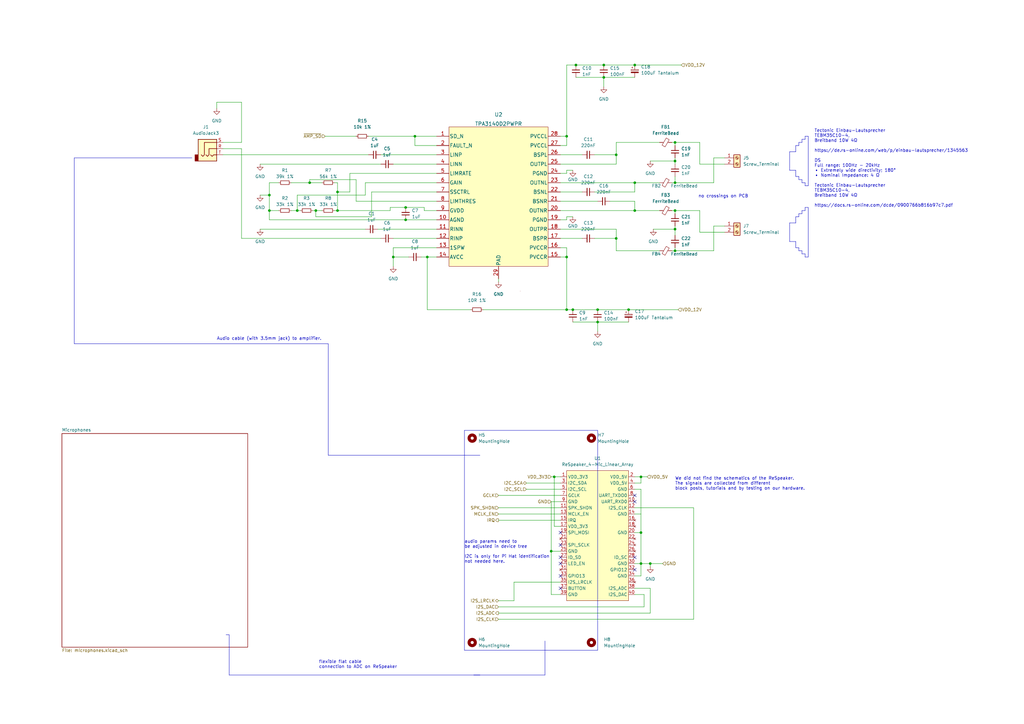
<source format=kicad_sch>
(kicad_sch (version 20230121) (generator eeschema)
  (paper "A3")
  (title_block (title "Speaker internal") (date "2021-12-25") (rev "v1"))
  (lib_symbols
    (symbol "Connector:AudioJack3"
      (property "Reference" "J" (at 0 8.89 0))
      (property "Value" "AudioJack3" (at 0 6.35 0))
      (symbol "AudioJack3_0_1"
        (rectangle (start -5.08 -5.08) (end -6.35 -2.54) (stroke (width 0.254)) (fill (type outline)))
        (polyline (pts (xy 0 -2.54) (xy 0.635 -3.175) (xy 1.27 -2.54) (xy 2.54 -2.54)) (stroke (width 0.254)))
        (polyline (pts (xy -1.905 -2.54) (xy -1.27 -3.175) (xy -0.635 -2.54) (xy -0.635 0) (xy 2.54 0)) (stroke (width 0.254)))
        (polyline (pts (xy 2.54 2.54) (xy -2.54 2.54) (xy -2.54 -2.54) (xy -3.175 -3.175) (xy -3.81 -2.54)) (stroke (width 0.254)))
        (rectangle (start 2.54 3.81) (end -5.08 -5.08) (stroke (width 0.254)) (fill (type background)))
      )
      (symbol "AudioJack3_1_1"
        (pin passive line (at 5.08 0 180) (length 2.54) (name "~") (number "R"))
        (pin passive line (at 5.08 2.54 180) (length 2.54) (name "~") (number "S"))
        (pin passive line (at 5.08 -2.54 180) (length 2.54) (name "~") (number "T"))
      )
    )
    (symbol "Connector:Screw_Terminal_01x02" (pin_names (offset 1.016) hide)
      (property "Reference" "J" (at 0 2.54 0))
      (property "Value" "Screw_Terminal_01x02" (at 0 -5.08 0))
      (symbol "Screw_Terminal_01x02_1_1"
        (rectangle (start -1.27 1.27) (end 1.27 -3.81) (stroke (width 0.254)) (fill (type background)))
        (circle (center 0 -2.54) (radius 0.635) (stroke (width 0.1524)))
        (polyline (pts (xy -0.5334 -2.2098) (xy 0.3302 -3.048)) (stroke (width 0.1524)))
        (polyline (pts (xy -0.5334 0.3302) (xy 0.3302 -0.508)) (stroke (width 0.1524)))
        (polyline (pts (xy -0.3556 -2.032) (xy 0.508 -2.8702)) (stroke (width 0.1524)))
        (polyline (pts (xy -0.3556 0.508) (xy 0.508 -0.3302)) (stroke (width 0.1524)))
        (circle (center 0 0) (radius 0.635) (stroke (width 0.1524)))
        (pin passive line (at -5.08 0 0) (length 3.81) (name "Pin_1") (number "1"))
        (pin passive line (at -5.08 -2.54 0) (length 3.81) (name "Pin_2") (number "2"))
      )
    )
    (symbol "Device:C_Polarized_Small" (pin_numbers hide) (pin_names (offset 0.254) hide)
      (property "Reference" "C" (at 0.254 1.778 0))
      (property "Value" "C_Polarized_Small" (at 0.254 -2.032 0))
      (symbol "C_Polarized_Small_0_1"
        (rectangle (start -1.524 -0.3048) (end 1.524 -0.6858) (fill (type outline)))
        (rectangle (start -1.524 0.6858) (end 1.524 0.3048))
        (polyline (pts (xy -1.27 1.524) (xy -0.762 1.524)))
        (polyline (pts (xy -1.016 1.27) (xy -1.016 1.778)))
      )
      (symbol "C_Polarized_Small_1_1"
        (pin passive line (at 0 2.54 270) (length 1.8542) (name "~") (number "1"))
        (pin passive line (at 0 -2.54 90) (length 1.8542) (name "~") (number "2"))
      )
    )
    (symbol "Device:C_Small" (pin_numbers hide) (pin_names (offset 0.254) hide)
      (property "Reference" "C" (at 0.254 1.778 0))
      (property "Value" "C_Small" (at 0.254 -2.032 0))
      (symbol "C_Small_0_1"
        (polyline (pts (xy -1.524 -0.508) (xy 1.524 -0.508)) (stroke (width 0.3302)))
        (polyline (pts (xy -1.524 0.508) (xy 1.524 0.508)) (stroke (width 0.3048)))
      )
      (symbol "C_Small_1_1"
        (pin passive line (at 0 2.54 270) (length 2.032) (name "~") (number "1"))
        (pin passive line (at 0 -2.54 90) (length 2.032) (name "~") (number "2"))
      )
    )
    (symbol "Device:FerriteBead_Small" (pin_numbers hide) (pin_names (offset 0))
      (property "Reference" "FB" (at 1.905 1.27 0))
      (property "Value" "FerriteBead_Small" (at 1.905 -1.27 0))
      (symbol "FerriteBead_Small_0_1"
        (polyline (pts (xy 0 -1.27) (xy 0 -0.7874)))
        (polyline (pts (xy 0 0.889) (xy 0 1.2954)))
        (polyline (pts (xy -1.8288 0.2794) (xy -1.1176 1.4986) (xy 1.8288 -0.2032) (xy 1.1176 -1.4224) (xy -1.8288 0.2794)))
      )
      (symbol "FerriteBead_Small_1_1"
        (pin passive line (at 0 2.54 270) (length 1.27) (name "~") (number "1"))
        (pin passive line (at 0 -2.54 90) (length 1.27) (name "~") (number "2"))
      )
    )
    (symbol "Device:R_Small" (pin_numbers hide) (pin_names (offset 0.254) hide)
      (property "Reference" "R" (at 0.762 0.508 0))
      (property "Value" "R_Small" (at 0.762 -1.016 0))
      (symbol "R_Small_0_1"
        (rectangle (start -0.762 1.778) (end 0.762 -1.778) (stroke (width 0.2032)))
      )
      (symbol "R_Small_1_1"
        (pin passive line (at 0 2.54 270) (length 0.762) (name "~") (number "1"))
        (pin passive line (at 0 -2.54 90) (length 0.762) (name "~") (number "2"))
      )
    )
    (symbol "FreeSpeaker_audio:ReSpeaker_4-Mic_Linear_Array"
      (property "Reference" "U" (at -3.81 43.18 0))
      (property "Value" "ReSpeaker_4-Mic_Linear_Array" (at -5.08 49.53 0))
      (symbol "ReSpeaker_4-Mic_Linear_Array_0_1"
        (rectangle (start -12.7 26.67) (end 12.7 -26.67) (fill (type background)))
      )
      (symbol "ReSpeaker_4-Mic_Linear_Array_1_1"
        (pin power_in line (at -15.24 24.13 0) (length 2.54) (name "VDD_3V3") (number "1"))
        (pin input line (at 15.24 13.97 180) (length 2.54) (name "UART_RXD0") (number "10"))
        (pin bidirectional line (at -15.24 11.43 0) (length 2.54) (name "SPK_SHDN") (number "11"))
        (pin input line (at 15.24 11.43 180) (length 2.54) (name "I2S_CLK") (number "12"))
        (pin input line (at -15.24 8.89 0) (length 2.54) (name "MCLK_EN") (number "13"))
        (pin power_in line (at 15.24 8.89 180) (length 2.54) (name "GND") (number "14"))
        (pin output line (at -15.24 6.35 0) (length 2.54) (name "IRQ") (number "15"))
        (pin no_connect line (at 15.24 6.35 180) (length 2.54) (name "") (number "16"))
        (pin power_in line (at -15.24 3.81 0) (length 2.54) (name "VDD_3V3") (number "17"))
        (pin no_connect line (at 15.24 3.81 180) (length 2.54) (name "") (number "18"))
        (pin input line (at -15.24 1.27 0) (length 2.54) (name "SPI_MOSI") (number "19"))
        (pin power_in line (at 15.24 24.13 180) (length 2.54) (name "VDD_5V") (number "2"))
        (pin power_in line (at 15.24 1.27 180) (length 2.54) (name "GND") (number "20"))
        (pin no_connect line (at -15.24 -1.27 0) (length 2.54) (name "") (number "21"))
        (pin no_connect line (at 15.24 -1.27 180) (length 2.54) (name "") (number "22"))
        (pin input line (at -15.24 -3.81 0) (length 2.54) (name "SPI_SCLK") (number "23"))
        (pin no_connect line (at 15.24 -3.81 180) (length 2.54) (name "") (number "24"))
        (pin power_out line (at -15.24 -6.35 0) (length 2.54) (name "GND") (number "25"))
        (pin no_connect line (at 15.24 -6.35 180) (length 2.54) (name "") (number "26"))
        (pin bidirectional line (at -15.24 -8.89 0) (length 2.54) (name "ID_SD") (number "27"))
        (pin input line (at 15.24 -8.89 180) (length 2.54) (name "ID_SC") (number "28"))
        (pin input line (at -15.24 -11.43 0) (length 2.54) (name "LED_EN") (number "29"))
        (pin bidirectional line (at -15.24 21.59 0) (length 2.54) (name "I2C_SDA") (number "3"))
        (pin power_in line (at 15.24 -11.43 180) (length 2.54) (name "GND") (number "30"))
        (pin no_connect line (at -15.24 -13.97 0) (length 2.54) (name "") (number "31"))
        (pin bidirectional line (at 15.24 -13.97 180) (length 2.54) (name "GPIO12") (number "32"))
        (pin bidirectional line (at -15.24 -16.51 0) (length 2.54) (name "GPIO13") (number "33"))
        (pin power_in line (at 15.24 -16.51 180) (length 2.54) (name "GND") (number "34"))
        (pin bidirectional line (at -15.24 -19.05 0) (length 2.54) (name "I2S_LRCLK") (number "35"))
        (pin no_connect line (at 15.24 -19.05 180) (length 2.54) (name "") (number "36"))
        (pin output line (at -15.24 -21.59 0) (length 2.54) (name "BUTTON") (number "37"))
        (pin output line (at 15.24 -21.59 180) (length 2.54) (name "I2S_ADC") (number "38"))
        (pin power_in line (at -15.24 -24.13 0) (length 2.54) (name "GND") (number "39"))
        (pin power_in line (at 15.24 21.59 180) (length 2.54) (name "VDD_5V") (number "4"))
        (pin input line (at 15.24 -24.13 180) (length 2.54) (name "I2S_DAC") (number "40"))
        (pin input line (at -15.24 19.05 0) (length 2.54) (name "I2C_SCL") (number "5"))
        (pin power_in line (at 15.24 19.05 180) (length 2.54) (name "GND") (number "6"))
        (pin input line (at -15.24 16.51 0) (length 2.54) (name "GCLK") (number "7"))
        (pin output line (at 15.24 16.51 180) (length 2.54) (name "UART_TXDO0") (number "8"))
        (pin power_in line (at -15.24 13.97 0) (length 2.54) (name "GND") (number "9"))
      )
    )
    (symbol "Mechanical:MountingHole" (pin_names (offset 1.016))
      (property "Reference" "H" (at 0 5.08 0))
      (property "Value" "MountingHole" (at 0 3.175 0))
      (symbol "MountingHole_0_1"
        (circle (center 0 0) (radius 1.27) (stroke (width 1.27)))
      )
    )
    (symbol "TPA3140D2:TPA3140D2PWPR" (pin_names (offset 0.254))
      (property "Reference" "U" (at 1.27 5.08 0))
      (property "Value" "TPA3140D2PWPR" (at 1.27 2.54 0))
      (symbol "TPA3140D2PWPR_1_1"
        (rectangle (start -20.32 30.48) (end 20.32 -26.67) (fill (type background)))
        (rectangle (start 8.89 -36.83) (end 8.89 -36.83))
        (pin input line (at -25.4 26.67 0) (length 5.08) (name "SD_N") (number "1"))
        (pin power_in line (at -25.4 -7.62 0) (length 5.08) (name "AGND") (number "10"))
        (pin input line (at -25.4 -11.43 0) (length 5.08) (name "RINN") (number "11"))
        (pin input line (at -25.4 -15.24 0) (length 5.08) (name "RINP") (number "12"))
        (pin input line (at -25.4 -19.05 0) (length 5.08) (name "1SPW") (number "13"))
        (pin power_in line (at -25.4 -22.86 0) (length 5.08) (name "AVCC") (number "14"))
        (pin power_in line (at 25.4 -22.86 180) (length 5.08) (name "PVCCR") (number "15"))
        (pin power_in line (at 25.4 -19.05 180) (length 5.08) (name "PVCCR") (number "16"))
        (pin bidirectional line (at 25.4 -15.24 180) (length 5.08) (name "BSPR") (number "17"))
        (pin output line (at 25.4 -11.43 180) (length 5.08) (name "OUTPR") (number "18"))
        (pin power_in line (at 25.4 -7.62 180) (length 5.08) (name "PGND") (number "19"))
        (pin output line (at -25.4 22.86 0) (length 5.08) (name "FAULT_N") (number "2"))
        (pin output line (at 25.4 -3.81 180) (length 5.08) (name "OUTNR") (number "20"))
        (pin bidirectional line (at 25.4 0 180) (length 5.08) (name "BSNR") (number "21"))
        (pin bidirectional line (at 25.4 3.81 180) (length 5.08) (name "BSNL") (number "22"))
        (pin output line (at 25.4 7.62 180) (length 5.08) (name "OUTNL") (number "23"))
        (pin power_in line (at 25.4 11.43 180) (length 5.08) (name "PGND") (number "24"))
        (pin output line (at 25.4 15.24 180) (length 5.08) (name "OUTPL") (number "25"))
        (pin bidirectional line (at 25.4 19.05 180) (length 5.08) (name "BSPL") (number "26"))
        (pin power_in line (at 25.4 22.86 180) (length 5.08) (name "PVCCL") (number "27"))
        (pin power_in line (at 25.4 26.67 180) (length 5.08) (name "PVCCL") (number "28"))
        (pin passive line (at 0 -31.75 90) (length 5.08) (name "PAD") (number "29"))
        (pin input line (at -25.4 19.05 0) (length 5.08) (name "LINP") (number "3"))
        (pin input line (at -25.4 15.24 0) (length 5.08) (name "LINN") (number "4"))
        (pin input line (at -25.4 11.43 0) (length 5.08) (name "LIMRATE") (number "5"))
        (pin input line (at -25.4 7.62 0) (length 5.08) (name "GAIN") (number "6"))
        (pin input line (at -25.4 3.81 0) (length 5.08) (name "SSCTRL") (number "7"))
        (pin input line (at -25.4 0 0) (length 5.08) (name "LIMTHRES") (number "8"))
        (pin power_out line (at -25.4 -3.81 0) (length 5.08) (name "GVDD") (number "9"))
      )
    )
    (symbol "power:GND" (power) (pin_names (offset 0))
      (property "Value" "GND" (at 0 -3.81 0))
      (symbol "GND_0_1"
        (polyline (pts (xy 0 0) (xy 0 -1.27) (xy 1.27 -1.27) (xy 0 -2.54) (xy -1.27 -1.27) (xy 0 -1.27)))
      )
      (symbol "GND_1_1"
        (pin power_in line (at 0 0 270) (length 0) hide (name "GND") (number "1"))
      )
    )
  )
  (junction (at 276.86 74.93))
  (junction (at 276.86 102.87))
  (junction (at 276.86 66.04))
  (junction (at 262.89 218.44))
  (junction (at 245.11 132.08))
  (junction (at 276.86 86.36))
  (junction (at 260.35 86.36))
  (junction (at 247.65 26.67))
  (junction (at 161.29 105.41))
  (junction (at 247.65 31.75))
  (junction (at 234.95 127))
  (junction (at 175.26 105.41))
  (junction (at 166.37 90.17))
  (junction (at 138.43 86.36))
  (junction (at 266.7 231.14))
  (junction (at 121.92 86.36))
  (junction (at 257.81 127))
  (junction (at 232.41 127))
  (junction (at 260.35 74.93))
  (junction (at 276.86 93.98))
  (junction (at 129.54 86.36))
  (junction (at 276.86 58.42))
  (junction (at 245.11 127))
  (junction (at 138.43 78.74))
  (junction (at 260.35 26.67))
  (junction (at 262.89 195.58))
  (junction (at 236.22 26.67))
  (junction (at 170.18 55.88))
  (junction (at 226.06 226.06))
  (junction (at 127 74.93))
  (junction (at 227.33 195.58))
  (junction (at 166.37 85.09))
  (junction (at 252.73 97.79))
  (junction (at 232.41 55.88))
  (junction (at 110.49 86.36))
  (junction (at 262.89 231.14))
  (junction (at 110.49 80.01))
  (junction (at 252.73 63.5))
  (junction (at 232.41 105.41))
  (no_connect (at 229.87 231.14))
  (no_connect (at 229.87 236.22))
  (no_connect (at 229.87 228.6))
  (no_connect (at 229.87 223.52))
  (no_connect (at 260.35 228.6))
  (no_connect (at 229.87 241.3))
  (no_connect (at 260.35 233.68))
  (no_connect (at 260.35 203.2))
  (no_connect (at 260.35 205.74))
  (no_connect (at 229.87 218.44))
  (wire (pts (xy 247.65 31.75) (xy 247.65 35.56)))
  (polyline (pts (xy 328.93 58.42) (xy 327.66 58.42)))
  (wire (pts (xy 229.87 74.93) (xy 260.35 74.93)))
  (wire (pts (xy 138.43 78.74) (xy 138.43 86.36)))
  (wire (pts (xy 204.47 203.2) (xy 229.87 203.2)))
  (polyline (pts (xy 331.47 105.41) (xy 331.47 85.09)))
  (wire (pts (xy 161.29 105.41) (xy 167.64 105.41)))
  (wire (pts (xy 260.35 74.93) (xy 270.51 74.93)))
  (wire (pts (xy 229.87 82.55) (xy 245.11 82.55)))
  (wire (pts (xy 232.41 55.88) (xy 232.41 26.67)))
  (wire (pts (xy 152.4 78.74) (xy 152.4 88.9)))
  (wire (pts (xy 229.87 55.88) (xy 232.41 55.88)))
  (wire (pts (xy 247.65 26.67) (xy 260.35 26.67)))
  (wire (pts (xy 161.29 97.79) (xy 179.07 97.79)))
  (wire (pts (xy 179.07 74.93) (xy 149.86 74.93)))
  (wire (pts (xy 236.22 26.67) (xy 247.65 26.67)))
  (polyline (pts (xy 328.93 57.15) (xy 328.93 58.42)))
  (polyline (pts (xy 223.52 262.89) (xy 223.52 276.86)))
  (wire (pts (xy 287.02 95.25) (xy 287.02 86.36)))
  (polyline (pts (xy 328.93 104.14) (xy 330.2 104.14)))
  (wire (pts (xy 276.86 101.6) (xy 276.86 102.87)))
  (wire (pts (xy 173.99 86.36) (xy 173.99 85.09)))
  (polyline (pts (xy 326.39 101.6) (xy 327.66 101.6)))
  (wire (pts (xy 260.35 210.82) (xy 262.89 210.82)))
  (wire (pts (xy 266.7 251.46) (xy 266.7 241.3)))
  (wire (pts (xy 297.18 64.77) (xy 292.735 64.77)))
  (wire (pts (xy 247.65 31.75) (xy 260.35 31.75)))
  (wire (pts (xy 127 73.66) (xy 127 74.93)))
  (polyline (pts (xy 194.31 276.86) (xy 223.52 276.86)))
  (wire (pts (xy 204.47 210.82) (xy 229.87 210.82)))
  (polyline (pts (xy 327.66 87.63) (xy 327.66 88.9)))
  (wire (pts (xy 276.86 102.87) (xy 292.735 102.87)))
  (wire (pts (xy 127 74.93) (xy 132.08 74.93)))
  (wire (pts (xy 229.87 243.84) (xy 226.06 243.84)))
  (polyline (pts (xy 330.2 55.88) (xy 330.2 57.15)))
  (wire (pts (xy 166.37 90.17) (xy 179.07 90.17)))
  (wire (pts (xy 204.47 208.28) (xy 229.87 208.28)))
  (polyline (pts (xy 134.62 140.97) (xy 30.48 140.97)))
  (wire (pts (xy 252.73 97.79) (xy 252.73 102.87)))
  (wire (pts (xy 229.87 63.5) (xy 238.76 63.5)))
  (wire (pts (xy 143.51 71.12) (xy 143.51 78.74)))
  (polyline (pts (xy 330.2 104.14) (xy 330.2 105.41)))
  (wire (pts (xy 262.89 236.22) (xy 262.89 231.14)))
  (wire (pts (xy 266.7 66.04) (xy 276.86 66.04)))
  (polyline (pts (xy 323.85 62.23) (xy 323.85 69.85)))
  (wire (pts (xy 175.26 105.41) (xy 179.07 105.41)))
  (wire (pts (xy 287.02 58.42) (xy 287.02 67.31)))
  (wire (pts (xy 119.38 86.36) (xy 121.92 86.36)))
  (wire (pts (xy 260.35 198.12) (xy 262.89 198.12)))
  (wire (pts (xy 110.49 90.17) (xy 110.49 86.36)))
  (wire (pts (xy 234.95 127) (xy 245.11 127)))
  (polyline (pts (xy 30.48 140.97) (xy 30.48 64.77)))
  (wire (pts (xy 262.89 195.58) (xy 265.43 195.58)))
  (wire (pts (xy 204.47 254) (xy 284.48 254)))
  (wire (pts (xy 245.11 127) (xy 257.81 127)))
  (wire (pts (xy 226.06 195.58) (xy 227.33 195.58)))
  (wire (pts (xy 106.68 93.98) (xy 149.86 93.98)))
  (wire (pts (xy 284.48 208.28) (xy 284.48 254)))
  (wire (pts (xy 160.02 85.09) (xy 160.02 86.36)))
  (wire (pts (xy 260.35 231.14) (xy 262.89 231.14)))
  (wire (pts (xy 264.16 248.92) (xy 264.16 243.84)))
  (wire (pts (xy 133.35 55.88) (xy 146.05 55.88)))
  (wire (pts (xy 229.87 59.69) (xy 232.41 59.69)))
  (wire (pts (xy 260.35 82.55) (xy 260.35 86.36)))
  (wire (pts (xy 250.19 82.55) (xy 260.35 82.55)))
  (wire (pts (xy 236.22 31.75) (xy 247.65 31.75)))
  (wire (pts (xy 260.35 78.74) (xy 260.35 74.93)))
  (polyline (pts (xy 327.66 102.87) (xy 328.93 102.87)))
  (polyline (pts (xy 196.85 186.69) (xy 134.62 186.69)))
  (wire (pts (xy 172.72 105.41) (xy 175.26 105.41)))
  (wire (pts (xy 229.87 105.41) (xy 232.41 105.41)))
  (polyline (pts (xy 328.93 87.63) (xy 327.66 87.63)))
  (polyline (pts (xy 327.66 88.9) (xy 326.39 88.9)))
  (wire (pts (xy 138.43 78.74) (xy 143.51 78.74)))
  (wire (pts (xy 179.07 71.12) (xy 143.51 71.12)))
  (wire (pts (xy 262.89 231.14) (xy 262.89 218.44)))
  (wire (pts (xy 232.41 127) (xy 234.95 127)))
  (polyline (pts (xy 328.93 86.36) (xy 328.93 87.63)))
  (wire (pts (xy 245.11 132.08) (xy 245.11 135.89)))
  (polyline (pts (xy 326.39 91.44) (xy 323.85 91.44)))
  (wire (pts (xy 260.35 236.22) (xy 262.89 236.22)))
  (wire (pts (xy 226.06 226.06) (xy 226.06 205.74)))
  (wire (pts (xy 270.51 58.42) (xy 252.73 58.42)))
  (polyline (pts (xy 328.93 73.66) (xy 328.93 74.93)))
  (wire (pts (xy 106.68 67.31) (xy 156.21 67.31)))
  (wire (pts (xy 275.59 74.93) (xy 276.86 74.93)))
  (polyline (pts (xy 134.62 186.69) (xy 134.62 140.97)))
  (wire (pts (xy 161.29 101.6) (xy 161.29 105.41)))
  (wire (pts (xy 128.27 86.36) (xy 129.54 86.36)))
  (wire (pts (xy 232.41 127) (xy 232.41 105.41)))
  (polyline (pts (xy 330.2 57.15) (xy 328.93 57.15)))
  (wire (pts (xy 138.43 74.93) (xy 138.43 78.74)))
  (polyline (pts (xy 92.71 260.35) (xy 93.98 260.35)))
  (wire (pts (xy 179.07 59.69) (xy 170.18 59.69)))
  (wire (pts (xy 260.35 200.66) (xy 262.89 200.66)))
  (wire (pts (xy 292.735 102.87) (xy 292.735 92.71)))
  (wire (pts (xy 276.86 86.36) (xy 276.86 87.63)))
  (wire (pts (xy 129.54 86.36) (xy 132.08 86.36)))
  (wire (pts (xy 243.84 97.79) (xy 252.73 97.79)))
  (wire (pts (xy 226.06 243.84) (xy 226.06 226.06)))
  (polyline (pts (xy 245.11 266.7) (xy 245.11 176.53)))
  (wire (pts (xy 170.18 59.69) (xy 170.18 55.88)))
  (polyline (pts (xy 93.98 276.86) (xy 93.98 260.35)))
  (wire (pts (xy 119.38 74.93) (xy 127 74.93)))
  (polyline (pts (xy 331.47 85.09) (xy 330.2 85.09)))
  (wire (pts (xy 297.18 67.31) (xy 287.02 67.31)))
  (polyline (pts (xy 30.48 64.77) (xy 78.74 64.77)))
  (wire (pts (xy 276.86 66.04) (xy 276.86 67.31)))
  (wire (pts (xy 110.49 86.36) (xy 110.49 80.01)))
  (wire (pts (xy 276.86 64.77) (xy 276.86 66.04)))
  (wire (pts (xy 287.02 86.36) (xy 276.86 86.36)))
  (polyline (pts (xy 326.39 99.06) (xy 326.39 101.6)))
  (wire (pts (xy 226.06 226.06) (xy 229.87 226.06)))
  (wire (pts (xy 232.41 26.67) (xy 236.22 26.67)))
  (wire (pts (xy 99.06 97.79) (xy 99.06 60.96)))
  (wire (pts (xy 99.06 41.91) (xy 88.9 41.91)))
  (polyline (pts (xy 330.2 86.36) (xy 328.93 86.36)))
  (wire (pts (xy 266.7 231.14) (xy 271.78 231.14)))
  (polyline (pts (xy 330.2 74.93) (xy 330.2 76.2)))
  (wire (pts (xy 129.54 88.9) (xy 129.54 86.36)))
  (wire (pts (xy 227.33 215.9) (xy 227.33 195.58)))
  (wire (pts (xy 175.26 127) (xy 175.26 105.41)))
  (polyline (pts (xy 323.85 91.44) (xy 323.85 99.06)))
  (polyline (pts (xy 328.93 102.87) (xy 328.93 104.14)))
  (wire (pts (xy 110.49 90.17) (xy 166.37 90.17)))
  (polyline (pts (xy 327.66 73.66) (xy 328.93 73.66)))
  (wire (pts (xy 91.44 58.42) (xy 99.06 58.42)))
  (polyline (pts (xy 326.39 62.23) (xy 323.85 62.23)))
  (wire (pts (xy 110.49 86.36) (xy 114.3 86.36)))
  (wire (pts (xy 149.86 74.93) (xy 149.86 80.01)))
  (wire (pts (xy 276.86 58.42) (xy 276.86 59.69)))
  (wire (pts (xy 229.87 101.6) (xy 232.41 101.6)))
  (polyline (pts (xy 326.39 69.85) (xy 326.39 72.39)))
  (wire (pts (xy 229.87 71.12) (xy 232.41 71.12)))
  (wire (pts (xy 227.33 195.58) (xy 229.87 195.58)))
  (polyline (pts (xy 326.39 59.69) (xy 326.39 62.23)))
  (polyline (pts (xy 330.2 105.41) (xy 331.47 105.41)))
  (wire (pts (xy 99.06 97.79) (xy 156.21 97.79)))
  (wire (pts (xy 137.16 74.93) (xy 138.43 74.93)))
  (wire (pts (xy 99.06 58.42) (xy 99.06 41.91)))
  (wire (pts (xy 232.41 88.9) (xy 234.95 88.9)))
  (wire (pts (xy 204.47 248.92) (xy 264.16 248.92)))
  (wire (pts (xy 276.86 72.39) (xy 276.86 74.93)))
  (wire (pts (xy 110.49 74.93) (xy 114.3 74.93)))
  (wire (pts (xy 243.84 63.5) (xy 252.73 63.5)))
  (wire (pts (xy 276.86 93.98) (xy 276.86 96.52)))
  (wire (pts (xy 229.87 93.98) (xy 252.73 93.98)))
  (polyline (pts (xy 323.85 99.06) (xy 326.39 99.06)))
  (wire (pts (xy 266.7 241.3) (xy 260.35 241.3)))
  (polyline (pts (xy 331.47 76.2) (xy 331.47 55.88)))
  (wire (pts (xy 146.05 73.66) (xy 127 73.66)))
  (wire (pts (xy 232.41 90.17) (xy 232.41 88.9)))
  (wire (pts (xy 179.07 82.55) (xy 146.05 82.55)))
  (polyline (pts (xy 326.39 88.9) (xy 326.39 91.44)))
  (wire (pts (xy 275.59 102.87) (xy 276.86 102.87)))
  (wire (pts (xy 260.35 86.36) (xy 270.51 86.36)))
  (wire (pts (xy 110.49 80.01) (xy 110.49 74.93)))
  (wire (pts (xy 232.41 69.85) (xy 234.95 69.85)))
  (wire (pts (xy 179.07 101.6) (xy 161.29 101.6)))
  (polyline (pts (xy 327.66 58.42) (xy 327.66 59.69)))
  (wire (pts (xy 232.41 59.69) (xy 232.41 55.88)))
  (wire (pts (xy 152.4 88.9) (xy 129.54 88.9)))
  (wire (pts (xy 252.73 58.42) (xy 252.73 63.5)))
  (wire (pts (xy 292.735 64.77) (xy 292.735 74.93)))
  (wire (pts (xy 262.89 198.12) (xy 262.89 195.58)))
  (wire (pts (xy 204.47 213.36) (xy 229.87 213.36)))
  (wire (pts (xy 234.95 132.08) (xy 245.11 132.08)))
  (wire (pts (xy 160.02 85.09) (xy 166.37 85.09)))
  (wire (pts (xy 151.13 55.88) (xy 170.18 55.88)))
  (wire (pts (xy 210.82 246.38) (xy 210.82 238.76)))
  (polyline (pts (xy 327.66 72.39) (xy 327.66 73.66)))
  (polyline (pts (xy 331.47 55.88) (xy 330.2 55.88)))
  (wire (pts (xy 226.06 205.74) (xy 229.87 205.74)))
  (polyline (pts (xy 327.66 59.69) (xy 326.39 59.69)))
  (wire (pts (xy 229.87 90.17) (xy 232.41 90.17)))
  (wire (pts (xy 260.35 195.58) (xy 262.89 195.58)))
  (wire (pts (xy 149.86 80.01) (xy 121.92 80.01)))
  (wire (pts (xy 215.9 200.66) (xy 229.87 200.66)))
  (wire (pts (xy 275.59 86.36) (xy 276.86 86.36)))
  (wire (pts (xy 287.02 58.42) (xy 276.86 58.42)))
  (wire (pts (xy 252.73 67.31) (xy 229.87 67.31)))
  (wire (pts (xy 161.29 105.41) (xy 161.29 109.22)))
  (polyline (pts (xy 330.2 76.2) (xy 331.47 76.2)))
  (wire (pts (xy 252.73 63.5) (xy 252.73 67.31)))
  (wire (pts (xy 257.81 127) (xy 278.13 127)))
  (wire (pts (xy 193.04 127) (xy 175.26 127)))
  (wire (pts (xy 198.12 127) (xy 232.41 127)))
  (wire (pts (xy 229.87 97.79) (xy 238.76 97.79)))
  (wire (pts (xy 204.47 251.46) (xy 266.7 251.46)))
  (wire (pts (xy 210.82 238.76) (xy 229.87 238.76)))
  (wire (pts (xy 262.89 200.66) (xy 262.89 218.44)))
  (polyline (pts (xy 190.5 176.53) (xy 245.11 176.53)))
  (wire (pts (xy 260.35 208.28) (xy 284.48 208.28)))
  (wire (pts (xy 204.47 246.38) (xy 210.82 246.38)))
  (wire (pts (xy 232.41 71.12) (xy 232.41 69.85)))
  (wire (pts (xy 215.9 198.12) (xy 229.87 198.12)))
  (wire (pts (xy 252.73 93.98) (xy 252.73 97.79)))
  (wire (pts (xy 138.43 86.36) (xy 137.16 86.36)))
  (wire (pts (xy 121.92 86.36) (xy 123.19 86.36)))
  (wire (pts (xy 204.47 114.3) (xy 204.47 115.57)))
  (wire (pts (xy 229.87 215.9) (xy 227.33 215.9)))
  (wire (pts (xy 160.02 86.36) (xy 138.43 86.36)))
  (wire (pts (xy 243.84 78.74) (xy 260.35 78.74)))
  (wire (pts (xy 292.735 92.71) (xy 297.18 92.71)))
  (polyline (pts (xy 190.5 176.53) (xy 190.5 266.7)))
  (wire (pts (xy 292.735 74.93) (xy 276.86 74.93)))
  (wire (pts (xy 229.87 86.36) (xy 260.35 86.36)))
  (wire (pts (xy 179.07 78.74) (xy 152.4 78.74)))
  (wire (pts (xy 232.41 101.6) (xy 232.41 105.41)))
  (wire (pts (xy 266.7 231.14) (xy 266.7 232.41)))
  (wire (pts (xy 161.29 67.31) (xy 179.07 67.31)))
  (wire (pts (xy 260.35 26.67) (xy 279.4 26.67)))
  (wire (pts (xy 276.86 92.71) (xy 276.86 93.98)))
  (wire (pts (xy 170.18 55.88) (xy 179.07 55.88)))
  (wire (pts (xy 146.05 82.55) (xy 146.05 73.66)))
  (polyline (pts (xy 330.2 85.09) (xy 330.2 86.36)))
  (polyline (pts (xy 328.93 74.93) (xy 330.2 74.93)))
  (wire (pts (xy 245.11 132.08) (xy 257.81 132.08)))
  (wire (pts (xy 91.44 63.5) (xy 151.13 63.5)))
  (polyline (pts (xy 190.5 266.7) (xy 245.11 266.7)))
  (wire (pts (xy 264.16 243.84) (xy 260.35 243.84)))
  (wire (pts (xy 267.97 93.98) (xy 276.86 93.98)))
  (wire (pts (xy 229.87 78.74) (xy 238.76 78.74)))
  (wire (pts (xy 99.06 60.96) (xy 91.44 60.96)))
  (wire (pts (xy 297.18 95.25) (xy 287.02 95.25)))
  (polyline (pts (xy 327.66 101.6) (xy 327.66 102.87)))
  (wire (pts (xy 121.92 80.01) (xy 121.92 86.36)))
  (wire (pts (xy 154.94 93.98) (xy 179.07 93.98)))
  (wire (pts (xy 88.9 41.91) (xy 88.9 44.45)))
  (polyline (pts (xy 93.98 276.86) (xy 196.85 276.86)))
  (wire (pts (xy 275.59 58.42) (xy 276.86 58.42)))
  (wire (pts (xy 156.21 63.5) (xy 179.07 63.5)))
  (wire (pts (xy 260.35 218.44) (xy 262.89 218.44)))
  (wire (pts (xy 166.37 85.09) (xy 173.99 85.09)))
  (wire (pts (xy 179.07 86.36) (xy 173.99 86.36)))
  (wire (pts (xy 252.73 102.87) (xy 270.51 102.87)))
  (wire (pts (xy 262.89 231.14) (xy 266.7 231.14)))
  (wire (pts (xy 106.68 80.01) (xy 110.49 80.01)))
  (polyline (pts (xy 326.39 72.39) (xy 327.66 72.39)))
  (polyline (pts (xy 323.85 69.85) (xy 326.39 69.85)))
  (text "flexible flat cable\nconnection to ADC on ReSpeaker\n" (at 130.81 274.32 0) (effects (font (size 1.27 1.27)) (justify left bottom)))
  (text "We did not find the schematics of the ReSpeaker.\nThe signals are collected from different\nblock posts, tutorials and by testing on our hardware.\n\n" (at 276.86 203.2 0) (effects (font (size 1.27 1.27)) (justify left bottom)))
  (text "Tectonic Einbau-Lautsprecher \nTEBM35C10-4,\nBreitband 10W 4Ω\n\nhttps://de.rs-online.com/web/p/einbau-lautsprecher/1345563\n\nDS\nFull range: 100Hz - 20kHz\n• Extremely wide directivity; 180°\n• Nominal Impedance: 4 Ω\n\nTectonic Einbau-Lautsprecher \nTEBM35C10-4,\nBreitband 10W 4Ω\n\nhttps://docs.rs-online.com/dcde/0900766b816b97c7.pdf" (at 334.01 85.09 0) (effects (font (size 1.27 1.27)) (justify left bottom)))
  (text "audio params need to \nbe adjusted in device tree\n\nI2C is only for Pi Hat identification\nnot needed here." (at 190.5 231.14 0) (effects (font (size 1.27 1.27)) (justify left bottom)))
  (text "no crossings on PCB\n" (at 286.385 81.28 0) (effects (font (size 1.27 1.27)) (justify left bottom)))
  (text "Audio cable (with 3.5mm jack) to amplifier." (at 88.9 139.7 0) (effects (font (size 1.27 1.27)) (justify left bottom)))
  (hierarchical_label "VDD_3V3" (shape input) (at 226.06 195.58 180))
  (hierarchical_label "I2S_LRCLK" (shape bidirectional) (at 204.47 246.38 180))
  (hierarchical_label "I2C_SCL" (shape input) (at 215.9 200.66 180))
  (hierarchical_label "GCLK" (shape input) (at 204.47 203.2 180))
  (hierarchical_label "VDD_12V" (shape input) (at 279.4 26.67 0))
  (hierarchical_label "VDD_5V" (shape input) (at 265.43 195.58 0))
  (hierarchical_label "SPK_SHDN" (shape input) (at 204.47 208.28 180))
  (hierarchical_label "MCLK_EN" (shape input) (at 204.47 210.82 180))
  (hierarchical_label "IRQ" (shape output) (at 204.47 213.36 180))
  (hierarchical_label "I2S_ADC" (shape output) (at 204.47 251.46 180))
  (hierarchical_label "VDD_12V" (shape input) (at 278.13 127 0))
  (hierarchical_label "I2S_CLK" (shape input) (at 204.47 254 180))
  (hierarchical_label "GND" (shape input) (at 226.06 205.74 180))
  (hierarchical_label "~{AMP_SD}" (shape input) (at 133.35 55.88 180))
  (hierarchical_label "GND" (shape input) (at 271.78 231.14 0))
  (hierarchical_label "I2S_DAC" (shape input) (at 204.47 248.92 180))
  (hierarchical_label "I2C_SCA" (shape bidirectional) (at 215.9 198.12 180))
  (symbol (lib_id "Device:C_Small") (at 276.86 62.23 0) (unit 1)
    (property "Reference" "C19" (at 279.4 60.9662 0) (effects (justify left)))
    (property "Value" "1nF" (at 279.4 63.5062 0) (effects (justify left)))
    (property "Footprint" "Capacitor_SMD:C_0805_2012Metric_Pad1.18x1.45mm_HandSolder" (effects hide))
    (property "JLCPCB" "C46653" (effects hide))
  )
  (symbol (lib_id "Device:C_Small") (at 276.86 90.17 0) (unit 1)
    (property "Reference" "C21" (at 279.4 88.9062 0) (effects (justify left)))
    (property "Value" "1nF" (at 279.4 91.4462 0) (effects (justify left)))
    (property "Footprint" "Capacitor_SMD:C_0805_2012Metric_Pad1.18x1.45mm_HandSolder" (effects hide))
    (property "JLCPCB" "C46653" (effects hide))
  )
  (symbol (lib_id "FreeSpeaker_audio:ReSpeaker_4-Mic_Linear_Array") (at 245.11 219.71 0) (unit 1)
    (property "Reference" "U1" (at 245.11 187.96 0))
    (property "Value" "ReSpeaker_4-Mic_Linear_Array" (at 245.11 190.5 0))
    (property "Footprint" "Connector_PinHeader_2.54mm:PinHeader_2x20_P2.54mm_Vertical" (effects hide))
  )
  (symbol (lib_id "Connector:Screw_Terminal_01x02") (at 302.26 64.77 0) (unit 1)
    (property "Reference" "J5" (at 304.8 64.7699 0) (effects (justify left)))
    (property "Value" "Screw_Terminal" (at 304.8 67.3099 0) (effects (justify left)))
    (property "Footprint" "TerminalBlock_Phoenix:TerminalBlock_Phoenix_PT-1,5-2-5.0-H_1x02_P5.00mm_Horizontal" (effects hide))
    (property "Digikey" "277-1667-ND" (effects hide))
    (property "Description" "TERM BLK 2POS SIDE ENTRY 5MM PCB" (effects hide))
    (property "Manufacturer" "Phoenix Contact" (effects hide))
  )
  (symbol (lib_id "Device:C_Small") (at 158.75 67.31 90) (unit 1)
    (property "Reference" "C5" (at 158.7563 60.96 90))
    (property "Value" "1uF" (at 158.7563 63.5 90))
    (property "Footprint" "Capacitor_SMD:C_0805_2012Metric_Pad1.18x1.45mm_HandSolder" (effects hide))
    (property "JLCPCB" "C28323" (effects hide))
  )
  (symbol (lib_id "Device:C_Small") (at 236.22 29.21 0) (unit 1)
    (property "Reference" "C10" (at 238.76 27.9462 0) (effects (justify left)))
    (property "Value" "1nF" (at 238.76 30.4862 0) (effects (justify left)))
    (property "Footprint" "Capacitor_SMD:C_0805_2012Metric_Pad1.18x1.45mm_HandSolder" (effects hide))
    (property "JLCPCB" "C46653" (effects hide))
  )
  (symbol (lib_id "power:GND") (at 266.7 232.41 0) (unit 1)
    (property "Reference" "#PWR0123" (effects hide))
    (property "Value" "GND" (at 266.7 237.49 0))
  )
  (symbol (lib_id "Device:R_Small") (at 134.62 86.36 90) (unit 1)
    (property "Reference" "R8" (at 134.62 81.28 90))
    (property "Value" "33k 1%" (at 134.62 83.82 90))
    (property "Footprint" "Resistor_SMD:R_0805_2012Metric_Pad1.20x1.40mm_HandSolder" (effects hide))
    (property "JLCPCB" "C17633" (effects hide))
  )
  (symbol (lib_id "Device:C_Small") (at 170.18 105.41 90) (unit 1)
    (property "Reference" "C8" (at 170.1863 99.06 90))
    (property "Value" "1uF" (at 170.1863 101.6 90))
    (property "Footprint" "Capacitor_SMD:C_0805_2012Metric_Pad1.18x1.45mm_HandSolder" (effects hide))
    (property "JLCPCB" "C28323" (effects hide))
  )
  (symbol (lib_id "power:GND") (at 106.68 93.98 0) (unit 1)
    (property "Reference" "#PWR05" (effects hide))
    (property "Value" "GND" (at 106.68 99.06 0))
  )
  (symbol (lib_id "power:GND") (at 234.95 69.85 0) (unit 1)
    (property "Reference" "#PWR0130" (effects hide))
    (property "Value" "GND" (at 234.95 73.66 0))
  )
  (symbol (lib_id "Device:C_Small") (at 241.3 78.74 270) (unit 1)
    (property "Reference" "C12" (at 241.2936 72.39 90))
    (property "Value" "220nF" (at 241.2936 74.93 90))
    (property "Footprint" "Capacitor_SMD:C_0805_2012Metric_Pad1.18x1.45mm_HandSolder" (effects hide))
    (property "JLCPCB" "C5378" (effects hide))
  )
  (symbol (lib_id "Device:C_Small") (at 245.11 129.54 0) (unit 1)
    (property "Reference" "C14" (at 247.65 128.2762 0) (effects (justify left)))
    (property "Value" "100nF" (at 247.65 130.8162 0) (effects (justify left)))
    (property "Footprint" "Capacitor_SMD:C_0805_2012Metric_Pad1.18x1.45mm_HandSolder" (effects hide))
    (property "JLCPCB" "C28233" (effects hide))
  )
  (symbol (lib_id "Mechanical:MountingHole") (at 193.675 263.525 0) (unit 1) (in_bom no)
    (property "Reference" "H6" (at 196.215 262.2549 0) (effects (justify left)))
    (property "Value" "MountingHole" (at 196.215 264.7949 0) (effects (justify left)))
    (property "Footprint" "FreeSpeeker:mouting_hole_with_clearance" (effects hide))
  )
  (symbol (lib_id "Device:R_Small") (at 148.59 55.88 90) (unit 1)
    (property "Reference" "R15" (at 148.59 49.53 90))
    (property "Value" "10k 1%" (at 148.59 52.07 90))
    (property "Footprint" "Resistor_SMD:R_0805_2012Metric_Pad1.20x1.40mm_HandSolder" (effects hide))
    (property "JLCPCB" "C17414" (effects hide))
  )
  (symbol (lib_id "power:GND") (at 106.68 67.31 0) (unit 1)
    (property "Reference" "#PWR0125" (effects hide))
    (property "Value" "GND" (at 106.68 72.39 0))
  )
  (symbol (lib_id "power:GND") (at 267.97 93.98 0) (unit 1)
    (property "Reference" "#PWR0126" (effects hide))
    (property "Value" "GND" (at 267.97 99.06 0))
  )
  (symbol (lib_id "Device:FerriteBead_Small") (at 273.05 74.93 90) (unit 1)
    (property "Reference" "FB2" (at 269.2019 76.2 90))
    (property "Value" "FerriteBead" (at 280.6319 76.2 90))
    (property "Footprint" "Inductor_SMD:L_0805_2012Metric_Pad1.15x1.40mm_HandSolder" (effects hide))
    (property "Description" "100Ω@100MHz ±25% SMD Ferrite Bead" (effects hide))
    (property "JLCPCB" "C1015" (effects hide))
  )
  (symbol (lib_id "Mechanical:MountingHole") (at 193.675 179.705 0) (unit 1) (in_bom no)
    (property "Reference" "H5" (at 196.215 178.4349 0) (effects (justify left)))
    (property "Value" "MountingHole" (at 196.215 180.9749 0) (effects (justify left)))
    (property "Footprint" "FreeSpeeker:mouting_hole_with_clearance" (effects hide))
  )
  (symbol (lib_id "power:GND") (at 247.65 35.56 0) (unit 1)
    (property "Reference" "#PWR0131" (effects hide))
    (property "Value" "GND" (at 247.65 40.64 0))
  )
  (symbol (lib_id "Device:C_Polarized_Small") (at 257.81 129.54 0) (unit 1)
    (property "Reference" "C17" (at 260.35 127.7238 0) (effects (justify left)))
    (property "Value" "100uF Tantalum" (at 260.35 130.2638 0) (effects (justify left)))
    (property "Footprint" "Capacitor_Tantalum_SMD:CP_EIA-3528-21_Kemet-B_Pad1.50x2.35mm_HandSolder" (effects hide))
    (property "JLCPCB" "C16133" (effects hide))
  )
  (symbol (lib_id "power:GND") (at 106.68 80.01 0) (unit 1)
    (property "Reference" "#PWR04" (effects hide))
    (property "Value" "GND" (at 106.68 85.09 0))
  )
  (symbol (lib_id "power:GND") (at 245.11 135.89 0) (unit 1)
    (property "Reference" "#PWR0133" (effects hide))
    (property "Value" "GND" (at 245.11 140.97 0))
  )
  (symbol (lib_id "Device:C_Polarized_Small") (at 260.35 29.21 0) (unit 1)
    (property "Reference" "C18" (at 262.89 27.3938 0) (effects (justify left)))
    (property "Value" "100uF Tantalum" (at 262.89 29.9338 0) (effects (justify left)))
    (property "Footprint" "Capacitor_Tantalum_SMD:CP_EIA-3528-21_Kemet-B_Pad1.50x2.35mm_HandSolder" (effects hide))
    (property "JLCPCB" "C16133" (effects hide))
  )
  (symbol (lib_id "Device:C_Small") (at 152.4 93.98 90) (unit 1)
    (property "Reference" "C1" (at 152.4063 87.63 90))
    (property "Value" "1uF" (at 152.4063 90.17 90))
    (property "Footprint" "Capacitor_SMD:C_0805_2012Metric_Pad1.18x1.45mm_HandSolder" (effects hide))
    (property "JLCPCB" "C28323" (effects hide))
  )
  (symbol (lib_id "TPA3140D2:TPA3140D2PWPR") (at 204.47 82.55 0) (unit 1)
    (property "Reference" "U2" (at 204.47 46.99 0) (effects (font (size 1.524 1.524))))
    (property "Value" "TPA3140D2PWPR" (at 204.47 50.8 0) (effects (font (size 1.524 1.524))))
    (property "Footprint" "TPA3140D2:TPA3140D2PWPR" (effects hide))
    (property "Datasheet" "https://www.ti.com/lit/ds/symlink/tpa3140d2.pdf?HQS=dis-mous-null-mousermode-dsf-pf-null-wwe&ts=1647800139025&ref_url=https%253A%252F%252Fwww.mouser.de%252F" (effects hide))
  )
  (symbol (lib_id "Device:C_Small") (at 241.3 97.79 270) (unit 1)
    (property "Reference" "C13" (at 241.2936 91.44 90))
    (property "Value" "220nF" (at 241.2936 93.98 90))
    (property "Footprint" "Capacitor_SMD:C_0805_2012Metric_Pad1.18x1.45mm_HandSolder" (effects hide))
    (property "JLCPCB" "C5378" (effects hide))
  )
  (symbol (lib_id "Device:C_Small") (at 276.86 69.85 0) (unit 1)
    (property "Reference" "C20" (at 279.4 68.5862 0) (effects (justify left)))
    (property "Value" "1nF" (at 279.4 71.1262 0) (effects (justify left)))
    (property "Footprint" "Capacitor_SMD:C_0805_2012Metric_Pad1.18x1.45mm_HandSolder" (effects hide))
    (property "JLCPCB" "C46653" (effects hide))
  )
  (symbol (lib_id "Device:R_Small") (at 116.84 86.36 90) (unit 1)
    (property "Reference" "R2" (at 116.84 81.28 90))
    (property "Value" "33k 1%" (at 116.84 83.82 90))
    (property "Footprint" "Resistor_SMD:R_0805_2012Metric_Pad1.20x1.40mm_HandSolder" (effects hide))
    (property "JLCPCB" "C17633" (effects hide))
  )
  (symbol (lib_id "Device:R_Small") (at 134.62 74.93 90) (unit 1)
    (property "Reference" "R7" (at 134.62 69.85 90))
    (property "Value" "56k 1%" (at 134.62 72.39 90))
    (property "Footprint" "Resistor_SMD:R_0805_2012Metric_Pad1.20x1.40mm_HandSolder" (effects hide))
    (property "JLCPCB" "C17756" (effects hide))
  )
  (symbol (lib_id "Device:FerriteBead_Small") (at 273.05 86.36 90) (unit 1)
    (property "Reference" "FB3" (at 273.0119 80.01 90))
    (property "Value" "FerriteBead" (at 273.0119 82.55 90))
    (property "Footprint" "Inductor_SMD:L_0805_2012Metric_Pad1.15x1.40mm_HandSolder" (effects hide))
    (property "Description" "100Ω@100MHz ±25% SMD Ferrite Bead" (effects hide))
    (property "JLCPCB" "C1015" (effects hide))
  )
  (symbol (lib_id "Device:C_Small") (at 166.37 87.63 180) (unit 1)
    (property "Reference" "C7" (at 168.91 86.3535 0) (effects (justify right)))
    (property "Value" "1uF" (at 168.91 88.8935 0) (effects (justify right)))
    (property "Footprint" "Capacitor_SMD:C_0805_2012Metric_Pad1.18x1.45mm_HandSolder" (effects hide))
    (property "JLCPCB" "C28323" (effects hide))
  )
  (symbol (lib_id "power:GND") (at 204.47 115.57 0) (unit 1)
    (property "Reference" "#PWR0129" (effects hide))
    (property "Value" "GND" (at 204.47 120.65 0))
  )
  (symbol (lib_id "Mechanical:MountingHole") (at 242.57 263.525 0) (unit 1) (in_bom no)
    (property "Reference" "H8" (at 247.65 262.2549 0) (effects (justify left)))
    (property "Value" "MountingHole" (at 247.65 264.7949 0) (effects (justify left)))
    (property "Footprint" "FreeSpeeker:mouting_hole_with_clearance" (effects hide))
  )
  (symbol (lib_id "Connector:AudioJack3") (at 86.36 60.96 0) (unit 1)
    (property "Reference" "J1" (at 84.455 52.07 0))
    (property "Value" "AudioJack3" (at 84.455 54.61 0))
    (property "Footprint" "Connector_Audio:Jack_3.5mm_CUI_SJ1-3533NG_Horizontal" (effects hide))
    (property "Digikey" "CP1-3533-ND" (effects hide))
    (property "Description" "SJ1-3533" (effects hide))
    (property "Manufacturer" "CUI Devices" (effects hide))
  )
  (symbol (lib_id "Device:FerriteBead_Small") (at 273.05 102.87 90) (unit 1)
    (property "Reference" "FB4" (at 269.2019 104.14 90))
    (property "Value" "FerriteBead" (at 280.6319 104.14 90))
    (property "Footprint" "Inductor_SMD:L_0805_2012Metric_Pad1.15x1.40mm_HandSolder" (effects hide))
    (property "Description" "100Ω@100MHz ±25% SMD Ferrite Bead" (effects hide))
    (property "JLCPCB" "C1015" (effects hide))
  )
  (symbol (lib_id "Device:FerriteBead_Small") (at 273.05 58.42 90) (unit 1)
    (property "Reference" "FB1" (at 273.0119 52.07 90))
    (property "Value" "FerriteBead" (at 273.0119 54.61 90))
    (property "Footprint" "Inductor_SMD:L_0805_2012Metric_Pad1.15x1.40mm_HandSolder" (effects hide))
    (property "Description" "100Ω@100MHz ±25% SMD Ferrite Bead" (effects hide))
    (property "JLCPCB" "C1015" (effects hide))
  )
  (symbol (lib_id "Device:R_Small") (at 195.58 127 90) (unit 1)
    (property "Reference" "R16" (at 195.58 120.65 90))
    (property "Value" "10R 1%" (at 195.58 123.19 90))
    (property "Footprint" "Resistor_SMD:R_0805_2012Metric_Pad1.20x1.40mm_HandSolder" (effects hide))
    (property "JLCPCB" "C17415" (effects hide))
  )
  (symbol (lib_id "power:GND") (at 266.7 66.04 0) (unit 1)
    (property "Reference" "#PWR0132" (effects hide))
    (property "Value" "GND" (at 266.7 71.12 0))
  )
  (symbol (lib_id "power:GND") (at 234.95 88.9 0) (unit 1)
    (property "Reference" "#PWR0127" (effects hide))
    (property "Value" "GND" (at 234.95 92.71 0))
  )
  (symbol (lib_id "Connector:Screw_Terminal_01x02") (at 302.26 92.71 0) (unit 1)
    (property "Reference" "J7" (at 304.8 92.7099 0) (effects (justify left)))
    (property "Value" "Screw_Terminal" (at 304.8 95.2499 0) (effects (justify left)))
    (property "Footprint" "TerminalBlock_Phoenix:TerminalBlock_Phoenix_PT-1,5-2-5.0-H_1x02_P5.00mm_Horizontal" (effects hide))
    (property "Digikey" "277-1667-ND" (effects hide))
    (property "Description" "TERM BLK 2POS SIDE ENTRY 5MM PCB" (effects hide))
    (property "Manufacturer" "Phoenix Contact" (effects hide))
  )
  (symbol (lib_id "power:GND") (at 161.29 109.22 0) (unit 1)
    (property "Reference" "#PWR0128" (effects hide))
    (property "Value" "GND" (at 161.29 114.3 0))
  )
  (symbol (lib_id "Device:R_Small") (at 116.84 74.93 90) (unit 1)
    (property "Reference" "R1" (at 116.84 69.85 90))
    (property "Value" "39k 1%" (at 116.84 72.39 90))
    (property "Footprint" "Resistor_SMD:R_0805_2012Metric_Pad1.20x1.40mm_HandSolder" (effects hide))
    (property "JLCPCB" "C25826" (effects hide))
  )
  (symbol (lib_id "Device:C_Small") (at 247.65 82.55 270) (unit 1)
    (property "Reference" "C16" (at 247.6436 76.2 90))
    (property "Value" "220nF" (at 247.6436 78.74 90))
    (property "Footprint" "Capacitor_SMD:C_0805_2012Metric_Pad1.18x1.45mm_HandSolder" (effects hide))
    (property "JLCPCB" "C5378" (effects hide))
  )
  (symbol (lib_id "Device:R_Small") (at 125.73 86.36 90) (unit 1)
    (property "Reference" "R3" (at 125.73 81.28 90))
    (property "Value" "33k 1%" (at 125.73 83.82 90))
    (property "Footprint" "Resistor_SMD:R_0805_2012Metric_Pad1.20x1.40mm_HandSolder" (effects hide))
    (property "JLCPCB" "C17633" (effects hide))
  )
  (symbol (lib_id "Device:C_Small") (at 234.95 129.54 0) (unit 1)
    (property "Reference" "C9" (at 237.49 128.2762 0) (effects (justify left)))
    (property "Value" "1nF" (at 237.49 130.8162 0) (effects (justify left)))
    (property "Footprint" "Capacitor_SMD:C_0805_2012Metric_Pad1.18x1.45mm_HandSolder" (effects hide))
    (property "JLCPCB" "C46653" (effects hide))
  )
  (symbol (lib_id "Device:C_Small") (at 241.3 63.5 270) (unit 1)
    (property "Reference" "C11" (at 241.2936 57.15 90))
    (property "Value" "220nF" (at 241.2936 59.69 90))
    (property "Footprint" "Capacitor_SMD:C_0805_2012Metric_Pad1.18x1.45mm_HandSolder" (effects hide))
    (property "JLCPCB" "C5378" (effects hide))
  )
  (symbol (lib_id "Device:C_Small") (at 247.65 29.21 0) (unit 1)
    (property "Reference" "C15" (at 250.19 27.9462 0) (effects (justify left)))
    (property "Value" "100nF" (at 250.19 30.4862 0) (effects (justify left)))
    (property "Footprint" "Capacitor_SMD:C_0805_2012Metric_Pad1.18x1.45mm_HandSolder" (effects hide))
    (property "JLCPCB" "C28233" (effects hide))
  )
  (symbol (lib_id "Mechanical:MountingHole") (at 242.57 179.705 180) (unit 1) (in_bom no)
    (property "Reference" "H7" (at 245.11 178.4349 0) (effects (justify right)))
    (property "Value" "MountingHole" (at 245.11 180.9749 0) (effects (justify right)))
    (property "Footprint" "FreeSpeeker:mouting_hole_with_clearance" (effects hide))
  )
  (symbol (lib_id "Device:C_Small") (at 153.67 63.5 90) (unit 1)
    (property "Reference" "C4" (at 153.6763 57.15 90))
    (property "Value" "1uF" (at 153.6763 59.69 90))
    (property "Footprint" "Capacitor_SMD:C_0805_2012Metric_Pad1.18x1.45mm_HandSolder" (effects hide))
    (property "JLCPCB" "C28323" (effects hide))
  )
  (symbol (lib_id "Device:C_Small") (at 158.75 97.79 90) (unit 1)
    (property "Reference" "C6" (at 158.7563 91.44 90))
    (property "Value" "1uF" (at 158.7563 93.98 90))
    (property "Footprint" "Capacitor_SMD:C_0805_2012Metric_Pad1.18x1.45mm_HandSolder" (effects hide))
    (property "JLCPCB" "C28323" (effects hide))
  )
  (symbol (lib_id "power:GND") (at 88.9 44.45 0) (unit 1)
    (property "Reference" "#PWR0124" (effects hide))
    (property "Value" "GND" (at 88.9 49.53 0))
  )
  (symbol (lib_id "Device:C_Small") (at 276.86 99.06 0) (unit 1)
    (property "Reference" "C22" (at 279.4 97.7962 0) (effects (justify left)))
    (property "Value" "1nF" (at 279.4 100.3362 0) (effects (justify left)))
    (property "Footprint" "Capacitor_SMD:C_0805_2012Metric_Pad1.18x1.45mm_HandSolder" (effects hide))
    (property "JLCPCB" "C46653" (effects hide))
  )
  (sheet (at 25.4 177.8) (size 76.2 87.63) (stroke (width 0.1524))
    (property "Sheetname" "Microphones" (at 25.4 177.0884 0) (effects (justify left bottom)))
    (property "Sheetfile" "microphones.kicad_sch" (at 25.4 266.0146 0) (effects (justify left top)))
  )
)
</source>
